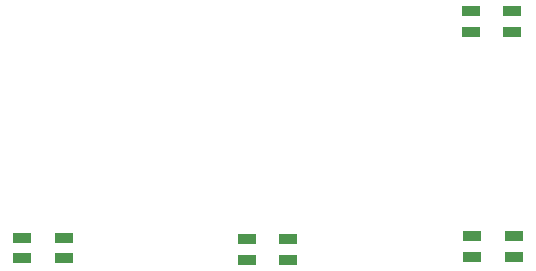
<source format=gbr>
%TF.GenerationSoftware,KiCad,Pcbnew,9.0.7*%
%TF.CreationDate,2026-02-07T20:23:59-06:00*%
%TF.ProjectId,Modded_Hackpad_Final,4d6f6464-6564-45f4-9861-636b7061645f,rev?*%
%TF.SameCoordinates,Original*%
%TF.FileFunction,Paste,Bot*%
%TF.FilePolarity,Positive*%
%FSLAX46Y46*%
G04 Gerber Fmt 4.6, Leading zero omitted, Abs format (unit mm)*
G04 Created by KiCad (PCBNEW 9.0.7) date 2026-02-07 20:23:59*
%MOMM*%
%LPD*%
G01*
G04 APERTURE LIST*
%ADD10R,1.600000X0.850000*%
G04 APERTURE END LIST*
D10*
%TO.C,D1*%
X106398000Y-62244000D03*
X106398000Y-63994000D03*
X102898000Y-63994000D03*
X102898000Y-62244000D03*
%TD*%
%TO.C,D2*%
X106525000Y-81294000D03*
X106525000Y-83044000D03*
X103025000Y-83044000D03*
X103025000Y-81294000D03*
%TD*%
%TO.C,D4*%
X68425000Y-81421000D03*
X68425000Y-83171000D03*
X64925000Y-83171000D03*
X64925000Y-81421000D03*
%TD*%
%TO.C,D3*%
X87447000Y-81534000D03*
X87447000Y-83284000D03*
X83947000Y-83284000D03*
X83947000Y-81534000D03*
%TD*%
M02*

</source>
